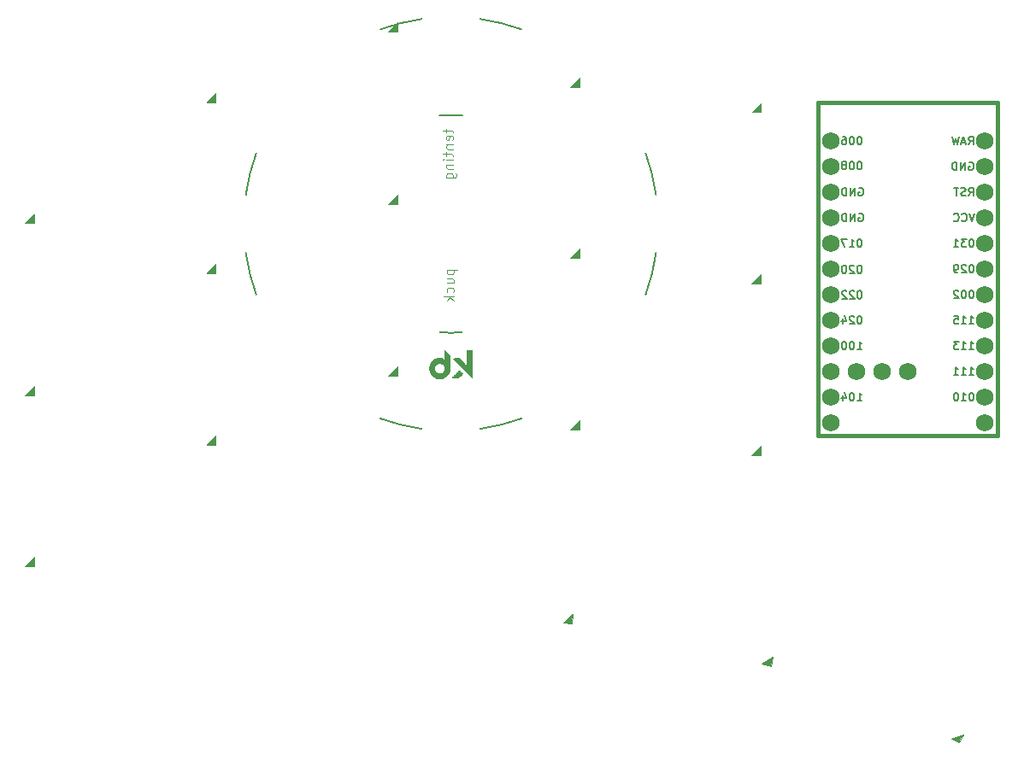
<source format=gbr>
%TF.GenerationSoftware,KiCad,Pcbnew,(6.0.4)*%
%TF.CreationDate,2022-10-20T23:25:51-04:00*%
%TF.ProjectId,half-swept,68616c66-2d73-4776-9570-742e6b696361,rev?*%
%TF.SameCoordinates,Original*%
%TF.FileFunction,Legend,Bot*%
%TF.FilePolarity,Positive*%
%FSLAX46Y46*%
G04 Gerber Fmt 4.6, Leading zero omitted, Abs format (unit mm)*
G04 Created by KiCad (PCBNEW (6.0.4)) date 2022-10-20 23:25:51*
%MOMM*%
%LPD*%
G01*
G04 APERTURE LIST*
%ADD10C,0.150000*%
%ADD11C,0.100000*%
%ADD12C,0.381000*%
%ADD13C,0.200000*%
%ADD14C,0.010000*%
%ADD15C,1.752600*%
G04 APERTURE END LIST*
D10*
%TO.C,U2*%
X246311364Y-67011750D02*
X246578030Y-66630798D01*
X246768507Y-67011750D02*
X246768507Y-66211750D01*
X246463745Y-66211750D01*
X246387554Y-66249846D01*
X246349459Y-66287941D01*
X246311364Y-66364131D01*
X246311364Y-66478417D01*
X246349459Y-66554607D01*
X246387554Y-66592703D01*
X246463745Y-66630798D01*
X246768507Y-66630798D01*
X246006602Y-66973655D02*
X245892316Y-67011750D01*
X245701840Y-67011750D01*
X245625649Y-66973655D01*
X245587554Y-66935560D01*
X245549459Y-66859369D01*
X245549459Y-66783179D01*
X245587554Y-66706988D01*
X245625649Y-66668893D01*
X245701840Y-66630798D01*
X245854221Y-66592703D01*
X245930411Y-66554607D01*
X245968507Y-66516512D01*
X246006602Y-66440322D01*
X246006602Y-66364131D01*
X245968507Y-66287941D01*
X245930411Y-66249846D01*
X245854221Y-66211750D01*
X245663745Y-66211750D01*
X245549459Y-66249846D01*
X245320888Y-66211750D02*
X244863745Y-66211750D01*
X245092316Y-67011750D02*
X245092316Y-66211750D01*
X235548079Y-61131750D02*
X235471888Y-61131750D01*
X235395698Y-61169846D01*
X235357602Y-61207941D01*
X235319507Y-61284131D01*
X235281412Y-61436512D01*
X235281412Y-61626988D01*
X235319507Y-61779369D01*
X235357602Y-61855560D01*
X235395698Y-61893655D01*
X235471888Y-61931750D01*
X235548079Y-61931750D01*
X235624269Y-61893655D01*
X235662364Y-61855560D01*
X235700459Y-61779369D01*
X235738555Y-61626988D01*
X235738555Y-61436512D01*
X235700459Y-61284131D01*
X235662364Y-61207941D01*
X235624269Y-61169846D01*
X235548079Y-61131750D01*
X234786174Y-61131750D02*
X234709983Y-61131750D01*
X234633793Y-61169846D01*
X234595698Y-61207941D01*
X234557602Y-61284131D01*
X234519507Y-61436512D01*
X234519507Y-61626988D01*
X234557602Y-61779369D01*
X234595698Y-61855560D01*
X234633793Y-61893655D01*
X234709983Y-61931750D01*
X234786174Y-61931750D01*
X234862364Y-61893655D01*
X234900459Y-61855560D01*
X234938555Y-61779369D01*
X234976650Y-61626988D01*
X234976650Y-61436512D01*
X234938555Y-61284131D01*
X234900459Y-61207941D01*
X234862364Y-61169846D01*
X234786174Y-61131750D01*
X233833793Y-61131750D02*
X233986174Y-61131750D01*
X234062364Y-61169846D01*
X234100459Y-61207941D01*
X234176650Y-61322226D01*
X234214745Y-61474607D01*
X234214745Y-61779369D01*
X234176650Y-61855560D01*
X234138555Y-61893655D01*
X234062364Y-61931750D01*
X233909983Y-61931750D01*
X233833793Y-61893655D01*
X233795698Y-61855560D01*
X233757602Y-61779369D01*
X233757602Y-61588893D01*
X233795698Y-61512703D01*
X233833793Y-61474607D01*
X233909983Y-61436512D01*
X234062364Y-61436512D01*
X234138555Y-61474607D01*
X234176650Y-61512703D01*
X234214745Y-61588893D01*
X246622460Y-86531750D02*
X246546269Y-86531750D01*
X246470079Y-86569846D01*
X246431983Y-86607941D01*
X246393888Y-86684131D01*
X246355793Y-86836512D01*
X246355793Y-87026988D01*
X246393888Y-87179369D01*
X246431983Y-87255560D01*
X246470079Y-87293655D01*
X246546269Y-87331750D01*
X246622460Y-87331750D01*
X246698650Y-87293655D01*
X246736745Y-87255560D01*
X246774840Y-87179369D01*
X246812936Y-87026988D01*
X246812936Y-86836512D01*
X246774840Y-86684131D01*
X246736745Y-86607941D01*
X246698650Y-86569846D01*
X246622460Y-86531750D01*
X245593888Y-87331750D02*
X246051031Y-87331750D01*
X245822460Y-87331750D02*
X245822460Y-86531750D01*
X245898650Y-86646036D01*
X245974840Y-86722226D01*
X246051031Y-86760322D01*
X245098650Y-86531750D02*
X245022460Y-86531750D01*
X244946269Y-86569846D01*
X244908174Y-86607941D01*
X244870079Y-86684131D01*
X244831983Y-86836512D01*
X244831983Y-87026988D01*
X244870079Y-87179369D01*
X244908174Y-87255560D01*
X244946269Y-87293655D01*
X245022460Y-87331750D01*
X245098650Y-87331750D01*
X245174840Y-87293655D01*
X245212936Y-87255560D01*
X245251031Y-87179369D01*
X245289126Y-87026988D01*
X245289126Y-86836512D01*
X245251031Y-86684131D01*
X245212936Y-86607941D01*
X245174840Y-86569846D01*
X245098650Y-86531750D01*
X246355793Y-79711750D02*
X246812936Y-79711750D01*
X246584364Y-79711750D02*
X246584364Y-78911750D01*
X246660555Y-79026036D01*
X246736745Y-79102226D01*
X246812936Y-79140322D01*
X245593888Y-79711750D02*
X246051031Y-79711750D01*
X245822460Y-79711750D02*
X245822460Y-78911750D01*
X245898650Y-79026036D01*
X245974840Y-79102226D01*
X246051031Y-79140322D01*
X244870079Y-78911750D02*
X245251031Y-78911750D01*
X245289126Y-79292703D01*
X245251031Y-79254607D01*
X245174840Y-79216512D01*
X244984364Y-79216512D01*
X244908174Y-79254607D01*
X244870079Y-79292703D01*
X244831983Y-79368893D01*
X244831983Y-79559369D01*
X244870079Y-79635560D01*
X244908174Y-79673655D01*
X244984364Y-79711750D01*
X245174840Y-79711750D01*
X245251031Y-79673655D01*
X245289126Y-79635560D01*
X246622460Y-76371750D02*
X246546269Y-76371750D01*
X246470079Y-76409846D01*
X246431983Y-76447941D01*
X246393888Y-76524131D01*
X246355793Y-76676512D01*
X246355793Y-76866988D01*
X246393888Y-77019369D01*
X246431983Y-77095560D01*
X246470079Y-77133655D01*
X246546269Y-77171750D01*
X246622460Y-77171750D01*
X246698650Y-77133655D01*
X246736745Y-77095560D01*
X246774840Y-77019369D01*
X246812936Y-76866988D01*
X246812936Y-76676512D01*
X246774840Y-76524131D01*
X246736745Y-76447941D01*
X246698650Y-76409846D01*
X246622460Y-76371750D01*
X245860555Y-76371750D02*
X245784364Y-76371750D01*
X245708174Y-76409846D01*
X245670079Y-76447941D01*
X245631983Y-76524131D01*
X245593888Y-76676512D01*
X245593888Y-76866988D01*
X245631983Y-77019369D01*
X245670079Y-77095560D01*
X245708174Y-77133655D01*
X245784364Y-77171750D01*
X245860555Y-77171750D01*
X245936745Y-77133655D01*
X245974840Y-77095560D01*
X246012936Y-77019369D01*
X246051031Y-76866988D01*
X246051031Y-76676512D01*
X246012936Y-76524131D01*
X245974840Y-76447941D01*
X245936745Y-76409846D01*
X245860555Y-76371750D01*
X245289126Y-76447941D02*
X245251031Y-76409846D01*
X245174840Y-76371750D01*
X244984364Y-76371750D01*
X244908174Y-76409846D01*
X244870079Y-76447941D01*
X244831983Y-76524131D01*
X244831983Y-76600322D01*
X244870079Y-76714607D01*
X245327221Y-77171750D01*
X244831983Y-77171750D01*
X246622460Y-73831750D02*
X246546269Y-73831750D01*
X246470079Y-73869846D01*
X246431983Y-73907941D01*
X246393888Y-73984131D01*
X246355793Y-74136512D01*
X246355793Y-74326988D01*
X246393888Y-74479369D01*
X246431983Y-74555560D01*
X246470079Y-74593655D01*
X246546269Y-74631750D01*
X246622460Y-74631750D01*
X246698650Y-74593655D01*
X246736745Y-74555560D01*
X246774840Y-74479369D01*
X246812936Y-74326988D01*
X246812936Y-74136512D01*
X246774840Y-73984131D01*
X246736745Y-73907941D01*
X246698650Y-73869846D01*
X246622460Y-73831750D01*
X246051031Y-73907941D02*
X246012936Y-73869846D01*
X245936745Y-73831750D01*
X245746269Y-73831750D01*
X245670079Y-73869846D01*
X245631983Y-73907941D01*
X245593888Y-73984131D01*
X245593888Y-74060322D01*
X245631983Y-74174607D01*
X246089126Y-74631750D01*
X245593888Y-74631750D01*
X245212936Y-74631750D02*
X245060555Y-74631750D01*
X244984364Y-74593655D01*
X244946269Y-74555560D01*
X244870079Y-74441274D01*
X244831983Y-74288893D01*
X244831983Y-73984131D01*
X244870079Y-73907941D01*
X244908174Y-73869846D01*
X244984364Y-73831750D01*
X245136745Y-73831750D01*
X245212936Y-73869846D01*
X245251031Y-73907941D01*
X245289126Y-73984131D01*
X245289126Y-74174607D01*
X245251031Y-74250798D01*
X245212936Y-74288893D01*
X245136745Y-74326988D01*
X244984364Y-74326988D01*
X244908174Y-74288893D01*
X244870079Y-74250798D01*
X244831983Y-74174607D01*
X246311364Y-61931750D02*
X246578031Y-61550798D01*
X246768507Y-61931750D02*
X246768507Y-61131750D01*
X246463745Y-61131750D01*
X246387555Y-61169846D01*
X246349460Y-61207941D01*
X246311364Y-61284131D01*
X246311364Y-61398417D01*
X246349460Y-61474607D01*
X246387555Y-61512703D01*
X246463745Y-61550798D01*
X246768507Y-61550798D01*
X246006603Y-61703179D02*
X245625650Y-61703179D01*
X246082793Y-61931750D02*
X245816126Y-61131750D01*
X245549460Y-61931750D01*
X245358984Y-61131750D02*
X245168507Y-61931750D01*
X245016126Y-61360322D01*
X244863745Y-61931750D01*
X244673269Y-61131750D01*
X246349459Y-63709846D02*
X246425650Y-63671750D01*
X246539936Y-63671750D01*
X246654221Y-63709846D01*
X246730412Y-63786036D01*
X246768507Y-63862226D01*
X246806602Y-64014607D01*
X246806602Y-64128893D01*
X246768507Y-64281274D01*
X246730412Y-64357465D01*
X246654221Y-64433655D01*
X246539936Y-64471750D01*
X246463745Y-64471750D01*
X246349459Y-64433655D01*
X246311364Y-64395560D01*
X246311364Y-64128893D01*
X246463745Y-64128893D01*
X245968507Y-64471750D02*
X245968507Y-63671750D01*
X245511364Y-64471750D01*
X245511364Y-63671750D01*
X245130412Y-64471750D02*
X245130412Y-63671750D01*
X244939936Y-63671750D01*
X244825650Y-63709846D01*
X244749459Y-63786036D01*
X244711364Y-63862226D01*
X244673269Y-64014607D01*
X244673269Y-64128893D01*
X244711364Y-64281274D01*
X244749459Y-64357465D01*
X244825650Y-64433655D01*
X244939936Y-64471750D01*
X245130412Y-64471750D01*
X246889126Y-68751750D02*
X246622460Y-69551750D01*
X246355793Y-68751750D01*
X245631983Y-69475560D02*
X245670079Y-69513655D01*
X245784364Y-69551750D01*
X245860555Y-69551750D01*
X245974840Y-69513655D01*
X246051031Y-69437465D01*
X246089126Y-69361274D01*
X246127221Y-69208893D01*
X246127221Y-69094607D01*
X246089126Y-68942226D01*
X246051031Y-68866036D01*
X245974840Y-68789846D01*
X245860555Y-68751750D01*
X245784364Y-68751750D01*
X245670079Y-68789846D01*
X245631983Y-68827941D01*
X244831983Y-69475560D02*
X244870079Y-69513655D01*
X244984364Y-69551750D01*
X245060555Y-69551750D01*
X245174840Y-69513655D01*
X245251031Y-69437465D01*
X245289126Y-69361274D01*
X245327221Y-69208893D01*
X245327221Y-69094607D01*
X245289126Y-68942226D01*
X245251031Y-68866036D01*
X245174840Y-68789846D01*
X245060555Y-68751750D01*
X244984364Y-68751750D01*
X244870079Y-68789846D01*
X244831983Y-68827941D01*
X246622460Y-71291750D02*
X246546269Y-71291750D01*
X246470079Y-71329846D01*
X246431983Y-71367941D01*
X246393888Y-71444131D01*
X246355793Y-71596512D01*
X246355793Y-71786988D01*
X246393888Y-71939369D01*
X246431983Y-72015560D01*
X246470079Y-72053655D01*
X246546269Y-72091750D01*
X246622460Y-72091750D01*
X246698650Y-72053655D01*
X246736745Y-72015560D01*
X246774840Y-71939369D01*
X246812936Y-71786988D01*
X246812936Y-71596512D01*
X246774840Y-71444131D01*
X246736745Y-71367941D01*
X246698650Y-71329846D01*
X246622460Y-71291750D01*
X246089126Y-71291750D02*
X245593888Y-71291750D01*
X245860555Y-71596512D01*
X245746269Y-71596512D01*
X245670079Y-71634607D01*
X245631983Y-71672703D01*
X245593888Y-71748893D01*
X245593888Y-71939369D01*
X245631983Y-72015560D01*
X245670079Y-72053655D01*
X245746269Y-72091750D01*
X245974840Y-72091750D01*
X246051031Y-72053655D01*
X246089126Y-72015560D01*
X244831983Y-72091750D02*
X245289126Y-72091750D01*
X245060555Y-72091750D02*
X245060555Y-71291750D01*
X245136745Y-71406036D01*
X245212936Y-71482226D01*
X245289126Y-71520322D01*
X246355793Y-82251750D02*
X246812936Y-82251750D01*
X246584364Y-82251750D02*
X246584364Y-81451750D01*
X246660555Y-81566036D01*
X246736745Y-81642226D01*
X246812936Y-81680322D01*
X245593888Y-82251750D02*
X246051031Y-82251750D01*
X245822460Y-82251750D02*
X245822460Y-81451750D01*
X245898650Y-81566036D01*
X245974840Y-81642226D01*
X246051031Y-81680322D01*
X245327221Y-81451750D02*
X244831983Y-81451750D01*
X245098650Y-81756512D01*
X244984364Y-81756512D01*
X244908174Y-81794607D01*
X244870079Y-81832703D01*
X244831983Y-81908893D01*
X244831983Y-82099369D01*
X244870079Y-82175560D01*
X244908174Y-82213655D01*
X244984364Y-82251750D01*
X245212936Y-82251750D01*
X245289126Y-82213655D01*
X245327221Y-82175560D01*
X246355793Y-84791750D02*
X246812936Y-84791750D01*
X246584364Y-84791750D02*
X246584364Y-83991750D01*
X246660555Y-84106036D01*
X246736745Y-84182226D01*
X246812936Y-84220322D01*
X245593888Y-84791750D02*
X246051031Y-84791750D01*
X245822460Y-84791750D02*
X245822460Y-83991750D01*
X245898650Y-84106036D01*
X245974840Y-84182226D01*
X246051031Y-84220322D01*
X244831983Y-84791750D02*
X245289126Y-84791750D01*
X245060555Y-84791750D02*
X245060555Y-83991750D01*
X245136745Y-84106036D01*
X245212936Y-84182226D01*
X245289126Y-84220322D01*
X235281412Y-87331750D02*
X235738555Y-87331750D01*
X235509983Y-87331750D02*
X235509983Y-86531750D01*
X235586174Y-86646036D01*
X235662364Y-86722226D01*
X235738555Y-86760322D01*
X234786174Y-86531750D02*
X234709983Y-86531750D01*
X234633793Y-86569846D01*
X234595698Y-86607941D01*
X234557602Y-86684131D01*
X234519507Y-86836512D01*
X234519507Y-87026988D01*
X234557602Y-87179369D01*
X234595698Y-87255560D01*
X234633793Y-87293655D01*
X234709983Y-87331750D01*
X234786174Y-87331750D01*
X234862364Y-87293655D01*
X234900459Y-87255560D01*
X234938555Y-87179369D01*
X234976650Y-87026988D01*
X234976650Y-86836512D01*
X234938555Y-86684131D01*
X234900459Y-86607941D01*
X234862364Y-86569846D01*
X234786174Y-86531750D01*
X233833793Y-86798417D02*
X233833793Y-87331750D01*
X234024269Y-86493655D02*
X234214745Y-87065084D01*
X233719507Y-87065084D01*
X235281412Y-82251750D02*
X235738555Y-82251750D01*
X235509983Y-82251750D02*
X235509983Y-81451750D01*
X235586174Y-81566036D01*
X235662364Y-81642226D01*
X235738555Y-81680322D01*
X234786174Y-81451750D02*
X234709983Y-81451750D01*
X234633793Y-81489846D01*
X234595698Y-81527941D01*
X234557602Y-81604131D01*
X234519507Y-81756512D01*
X234519507Y-81946988D01*
X234557602Y-82099369D01*
X234595698Y-82175560D01*
X234633793Y-82213655D01*
X234709983Y-82251750D01*
X234786174Y-82251750D01*
X234862364Y-82213655D01*
X234900459Y-82175560D01*
X234938555Y-82099369D01*
X234976650Y-81946988D01*
X234976650Y-81756512D01*
X234938555Y-81604131D01*
X234900459Y-81527941D01*
X234862364Y-81489846D01*
X234786174Y-81451750D01*
X234024269Y-81451750D02*
X233948079Y-81451750D01*
X233871888Y-81489846D01*
X233833793Y-81527941D01*
X233795698Y-81604131D01*
X233757602Y-81756512D01*
X233757602Y-81946988D01*
X233795698Y-82099369D01*
X233833793Y-82175560D01*
X233871888Y-82213655D01*
X233948079Y-82251750D01*
X234024269Y-82251750D01*
X234100459Y-82213655D01*
X234138555Y-82175560D01*
X234176650Y-82099369D01*
X234214745Y-81946988D01*
X234214745Y-81756512D01*
X234176650Y-81604131D01*
X234138555Y-81527941D01*
X234100459Y-81489846D01*
X234024269Y-81451750D01*
X235548079Y-78901750D02*
X235471888Y-78901750D01*
X235395698Y-78939846D01*
X235357602Y-78977941D01*
X235319507Y-79054131D01*
X235281412Y-79206512D01*
X235281412Y-79396988D01*
X235319507Y-79549369D01*
X235357602Y-79625560D01*
X235395698Y-79663655D01*
X235471888Y-79701750D01*
X235548079Y-79701750D01*
X235624269Y-79663655D01*
X235662364Y-79625560D01*
X235700459Y-79549369D01*
X235738555Y-79396988D01*
X235738555Y-79206512D01*
X235700459Y-79054131D01*
X235662364Y-78977941D01*
X235624269Y-78939846D01*
X235548079Y-78901750D01*
X234976650Y-78977941D02*
X234938555Y-78939846D01*
X234862364Y-78901750D01*
X234671888Y-78901750D01*
X234595698Y-78939846D01*
X234557602Y-78977941D01*
X234519507Y-79054131D01*
X234519507Y-79130322D01*
X234557602Y-79244607D01*
X235014745Y-79701750D01*
X234519507Y-79701750D01*
X233833793Y-79168417D02*
X233833793Y-79701750D01*
X234024269Y-78863655D02*
X234214745Y-79435084D01*
X233719507Y-79435084D01*
X235548079Y-76401750D02*
X235471888Y-76401750D01*
X235395698Y-76439846D01*
X235357602Y-76477941D01*
X235319507Y-76554131D01*
X235281412Y-76706512D01*
X235281412Y-76896988D01*
X235319507Y-77049369D01*
X235357602Y-77125560D01*
X235395698Y-77163655D01*
X235471888Y-77201750D01*
X235548079Y-77201750D01*
X235624269Y-77163655D01*
X235662364Y-77125560D01*
X235700459Y-77049369D01*
X235738555Y-76896988D01*
X235738555Y-76706512D01*
X235700459Y-76554131D01*
X235662364Y-76477941D01*
X235624269Y-76439846D01*
X235548079Y-76401750D01*
X234976650Y-76477941D02*
X234938555Y-76439846D01*
X234862364Y-76401750D01*
X234671888Y-76401750D01*
X234595698Y-76439846D01*
X234557602Y-76477941D01*
X234519507Y-76554131D01*
X234519507Y-76630322D01*
X234557602Y-76744607D01*
X235014745Y-77201750D01*
X234519507Y-77201750D01*
X234214745Y-76477941D02*
X234176650Y-76439846D01*
X234100459Y-76401750D01*
X233909983Y-76401750D01*
X233833793Y-76439846D01*
X233795698Y-76477941D01*
X233757602Y-76554131D01*
X233757602Y-76630322D01*
X233795698Y-76744607D01*
X234252840Y-77201750D01*
X233757602Y-77201750D01*
X235433792Y-66249846D02*
X235509983Y-66211750D01*
X235624269Y-66211750D01*
X235738554Y-66249846D01*
X235814745Y-66326036D01*
X235852840Y-66402226D01*
X235890935Y-66554607D01*
X235890935Y-66668893D01*
X235852840Y-66821274D01*
X235814745Y-66897465D01*
X235738554Y-66973655D01*
X235624269Y-67011750D01*
X235548078Y-67011750D01*
X235433792Y-66973655D01*
X235395697Y-66935560D01*
X235395697Y-66668893D01*
X235548078Y-66668893D01*
X235052840Y-67011750D02*
X235052840Y-66211750D01*
X234595697Y-67011750D01*
X234595697Y-66211750D01*
X234214745Y-67011750D02*
X234214745Y-66211750D01*
X234024269Y-66211750D01*
X233909983Y-66249846D01*
X233833792Y-66326036D01*
X233795697Y-66402226D01*
X233757602Y-66554607D01*
X233757602Y-66668893D01*
X233795697Y-66821274D01*
X233833792Y-66897465D01*
X233909983Y-66973655D01*
X234024269Y-67011750D01*
X234214745Y-67011750D01*
X235433792Y-68789846D02*
X235509983Y-68751750D01*
X235624269Y-68751750D01*
X235738554Y-68789846D01*
X235814745Y-68866036D01*
X235852840Y-68942226D01*
X235890935Y-69094607D01*
X235890935Y-69208893D01*
X235852840Y-69361274D01*
X235814745Y-69437465D01*
X235738554Y-69513655D01*
X235624269Y-69551750D01*
X235548078Y-69551750D01*
X235433792Y-69513655D01*
X235395697Y-69475560D01*
X235395697Y-69208893D01*
X235548078Y-69208893D01*
X235052840Y-69551750D02*
X235052840Y-68751750D01*
X234595697Y-69551750D01*
X234595697Y-68751750D01*
X234214745Y-69551750D02*
X234214745Y-68751750D01*
X234024269Y-68751750D01*
X233909983Y-68789846D01*
X233833792Y-68866036D01*
X233795697Y-68942226D01*
X233757602Y-69094607D01*
X233757602Y-69208893D01*
X233795697Y-69361274D01*
X233833792Y-69437465D01*
X233909983Y-69513655D01*
X234024269Y-69551750D01*
X234214745Y-69551750D01*
X235548079Y-71291750D02*
X235471888Y-71291750D01*
X235395698Y-71329846D01*
X235357602Y-71367941D01*
X235319507Y-71444131D01*
X235281412Y-71596512D01*
X235281412Y-71786988D01*
X235319507Y-71939369D01*
X235357602Y-72015560D01*
X235395698Y-72053655D01*
X235471888Y-72091750D01*
X235548079Y-72091750D01*
X235624269Y-72053655D01*
X235662364Y-72015560D01*
X235700459Y-71939369D01*
X235738555Y-71786988D01*
X235738555Y-71596512D01*
X235700459Y-71444131D01*
X235662364Y-71367941D01*
X235624269Y-71329846D01*
X235548079Y-71291750D01*
X234519507Y-72091750D02*
X234976650Y-72091750D01*
X234748079Y-72091750D02*
X234748079Y-71291750D01*
X234824269Y-71406036D01*
X234900459Y-71482226D01*
X234976650Y-71520322D01*
X234252840Y-71291750D02*
X233719507Y-71291750D01*
X234062364Y-72091750D01*
X235548079Y-73901750D02*
X235471888Y-73901750D01*
X235395698Y-73939846D01*
X235357602Y-73977941D01*
X235319507Y-74054131D01*
X235281412Y-74206512D01*
X235281412Y-74396988D01*
X235319507Y-74549369D01*
X235357602Y-74625560D01*
X235395698Y-74663655D01*
X235471888Y-74701750D01*
X235548079Y-74701750D01*
X235624269Y-74663655D01*
X235662364Y-74625560D01*
X235700459Y-74549369D01*
X235738555Y-74396988D01*
X235738555Y-74206512D01*
X235700459Y-74054131D01*
X235662364Y-73977941D01*
X235624269Y-73939846D01*
X235548079Y-73901750D01*
X234976650Y-73977941D02*
X234938555Y-73939846D01*
X234862364Y-73901750D01*
X234671888Y-73901750D01*
X234595698Y-73939846D01*
X234557602Y-73977941D01*
X234519507Y-74054131D01*
X234519507Y-74130322D01*
X234557602Y-74244607D01*
X235014745Y-74701750D01*
X234519507Y-74701750D01*
X234024269Y-73901750D02*
X233948079Y-73901750D01*
X233871888Y-73939846D01*
X233833793Y-73977941D01*
X233795698Y-74054131D01*
X233757602Y-74206512D01*
X233757602Y-74396988D01*
X233795698Y-74549369D01*
X233833793Y-74625560D01*
X233871888Y-74663655D01*
X233948079Y-74701750D01*
X234024269Y-74701750D01*
X234100459Y-74663655D01*
X234138555Y-74625560D01*
X234176650Y-74549369D01*
X234214745Y-74396988D01*
X234214745Y-74206512D01*
X234176650Y-74054131D01*
X234138555Y-73977941D01*
X234100459Y-73939846D01*
X234024269Y-73901750D01*
X235548079Y-63601750D02*
X235471888Y-63601750D01*
X235395698Y-63639846D01*
X235357602Y-63677941D01*
X235319507Y-63754131D01*
X235281412Y-63906512D01*
X235281412Y-64096988D01*
X235319507Y-64249369D01*
X235357602Y-64325560D01*
X235395698Y-64363655D01*
X235471888Y-64401750D01*
X235548079Y-64401750D01*
X235624269Y-64363655D01*
X235662364Y-64325560D01*
X235700459Y-64249369D01*
X235738555Y-64096988D01*
X235738555Y-63906512D01*
X235700459Y-63754131D01*
X235662364Y-63677941D01*
X235624269Y-63639846D01*
X235548079Y-63601750D01*
X234786174Y-63601750D02*
X234709983Y-63601750D01*
X234633793Y-63639846D01*
X234595698Y-63677941D01*
X234557602Y-63754131D01*
X234519507Y-63906512D01*
X234519507Y-64096988D01*
X234557602Y-64249369D01*
X234595698Y-64325560D01*
X234633793Y-64363655D01*
X234709983Y-64401750D01*
X234786174Y-64401750D01*
X234862364Y-64363655D01*
X234900459Y-64325560D01*
X234938555Y-64249369D01*
X234976650Y-64096988D01*
X234976650Y-63906512D01*
X234938555Y-63754131D01*
X234900459Y-63677941D01*
X234862364Y-63639846D01*
X234786174Y-63601750D01*
X234062364Y-63944607D02*
X234138555Y-63906512D01*
X234176650Y-63868417D01*
X234214745Y-63792226D01*
X234214745Y-63754131D01*
X234176650Y-63677941D01*
X234138555Y-63639846D01*
X234062364Y-63601750D01*
X233909983Y-63601750D01*
X233833793Y-63639846D01*
X233795698Y-63677941D01*
X233757602Y-63754131D01*
X233757602Y-63792226D01*
X233795698Y-63868417D01*
X233833793Y-63906512D01*
X233909983Y-63944607D01*
X234062364Y-63944607D01*
X234138555Y-63982703D01*
X234176650Y-64020798D01*
X234214745Y-64096988D01*
X234214745Y-64249369D01*
X234176650Y-64325560D01*
X234138555Y-64363655D01*
X234062364Y-64401750D01*
X233909983Y-64401750D01*
X233833793Y-64363655D01*
X233795698Y-64325560D01*
X233757602Y-64249369D01*
X233757602Y-64096988D01*
X233795698Y-64020798D01*
X233833793Y-63982703D01*
X233909983Y-63944607D01*
D11*
%TO.C,REF\u002A\u002A*%
X194630484Y-74335595D02*
X195630484Y-74335595D01*
X194678103Y-74335595D02*
X194630484Y-74430833D01*
X194630484Y-74621309D01*
X194678103Y-74716547D01*
X194725722Y-74764166D01*
X194820960Y-74811785D01*
X195106674Y-74811785D01*
X195201912Y-74764166D01*
X195249531Y-74716547D01*
X195297150Y-74621309D01*
X195297150Y-74430833D01*
X195249531Y-74335595D01*
X194630484Y-75668928D02*
X195297150Y-75668928D01*
X194630484Y-75240356D02*
X195154293Y-75240356D01*
X195249531Y-75287975D01*
X195297150Y-75383214D01*
X195297150Y-75526071D01*
X195249531Y-75621309D01*
X195201912Y-75668928D01*
X195249531Y-76573690D02*
X195297150Y-76478452D01*
X195297150Y-76287975D01*
X195249531Y-76192737D01*
X195201912Y-76145118D01*
X195106674Y-76097499D01*
X194820960Y-76097499D01*
X194725722Y-76145118D01*
X194678103Y-76192737D01*
X194630484Y-76287975D01*
X194630484Y-76478452D01*
X194678103Y-76573690D01*
X195297150Y-77002261D02*
X194297150Y-77002261D01*
X194916198Y-77097499D02*
X195297150Y-77383214D01*
X194630484Y-77383214D02*
X195011436Y-77002261D01*
X194566984Y-60381595D02*
X194566984Y-60762547D01*
X194233650Y-60524452D02*
X195090793Y-60524452D01*
X195186031Y-60572071D01*
X195233650Y-60667309D01*
X195233650Y-60762547D01*
X195186031Y-61476833D02*
X195233650Y-61381595D01*
X195233650Y-61191118D01*
X195186031Y-61095880D01*
X195090793Y-61048261D01*
X194709841Y-61048261D01*
X194614603Y-61095880D01*
X194566984Y-61191118D01*
X194566984Y-61381595D01*
X194614603Y-61476833D01*
X194709841Y-61524452D01*
X194805079Y-61524452D01*
X194900317Y-61048261D01*
X194566984Y-61953023D02*
X195233650Y-61953023D01*
X194662222Y-61953023D02*
X194614603Y-62000642D01*
X194566984Y-62095880D01*
X194566984Y-62238737D01*
X194614603Y-62333975D01*
X194709841Y-62381595D01*
X195233650Y-62381595D01*
X194566984Y-62714928D02*
X194566984Y-63095880D01*
X194233650Y-62857785D02*
X195090793Y-62857785D01*
X195186031Y-62905404D01*
X195233650Y-63000642D01*
X195233650Y-63095880D01*
X195233650Y-63429214D02*
X194566984Y-63429214D01*
X194233650Y-63429214D02*
X194281270Y-63381595D01*
X194328889Y-63429214D01*
X194281270Y-63476833D01*
X194233650Y-63429214D01*
X194328889Y-63429214D01*
X194566984Y-63905404D02*
X195233650Y-63905404D01*
X194662222Y-63905404D02*
X194614603Y-63953023D01*
X194566984Y-64048261D01*
X194566984Y-64191118D01*
X194614603Y-64286356D01*
X194709841Y-64333975D01*
X195233650Y-64333975D01*
X194566984Y-65238737D02*
X195376508Y-65238737D01*
X195471746Y-65191118D01*
X195519365Y-65143499D01*
X195566984Y-65048261D01*
X195566984Y-64905404D01*
X195519365Y-64810166D01*
X195186031Y-65238737D02*
X195233650Y-65143499D01*
X195233650Y-64953023D01*
X195186031Y-64857785D01*
X195138412Y-64810166D01*
X195043174Y-64762547D01*
X194757460Y-64762547D01*
X194662222Y-64810166D01*
X194614603Y-64857785D01*
X194566984Y-64953023D01*
X194566984Y-65143499D01*
X194614603Y-65238737D01*
D12*
%TO.C,U2*%
X249175269Y-90779846D02*
X249175269Y-57759846D01*
X231395269Y-90779846D02*
X249175269Y-90779846D01*
X231395269Y-57759846D02*
X231395269Y-90779846D01*
X249175269Y-57759846D02*
X231395269Y-57759846D01*
D13*
%TO.C,REF\u002A\u002A*%
X195035270Y-59008095D02*
G75*
G03*
X193906885Y-59067231I-6J-10794921D01*
G01*
X214321404Y-76811143D02*
G75*
G03*
X215355270Y-72660595I-19286134J7008048D01*
G01*
X174715269Y-72660595D02*
G75*
G03*
X175749135Y-76811141I20320001J2857500D01*
G01*
X175749135Y-62795051D02*
G75*
G03*
X174715270Y-66945595I19286255J-7008074D01*
G01*
X188027225Y-89089230D02*
G75*
G03*
X192177770Y-90123095I7008045J19286135D01*
G01*
X197892770Y-90123095D02*
G75*
G03*
X202043315Y-89089230I-2857506J20320019D01*
G01*
X196163655Y-59067232D02*
G75*
G03*
X195035270Y-59008095I-1128385J-10735763D01*
G01*
X215355270Y-66945595D02*
G75*
G03*
X214321404Y-62795047I-20320000J-2857500D01*
G01*
X195035270Y-80598096D02*
G75*
G03*
X196163655Y-80538959I0J10794901D01*
G01*
X202043319Y-50516962D02*
G75*
G03*
X197892770Y-49483095I-7008049J-19286133D01*
G01*
X193906885Y-80538959D02*
G75*
G03*
X195035270Y-80598095I1128379J10735785D01*
G01*
X192177770Y-49483094D02*
G75*
G03*
X188027224Y-50516960I2857500J-20320001D01*
G01*
G36*
X195822454Y-84319764D02*
G01*
X195834683Y-84329812D01*
X195860165Y-84353432D01*
X195896312Y-84388145D01*
X195940536Y-84431470D01*
X195990249Y-84480925D01*
X196151284Y-84642269D01*
X196117402Y-84680084D01*
X196114225Y-84683576D01*
X196092357Y-84706785D01*
X196058011Y-84742531D01*
X196014195Y-84787711D01*
X195963912Y-84839224D01*
X195910170Y-84893967D01*
X195736820Y-85070036D01*
X195116806Y-85070036D01*
X195145107Y-85036401D01*
X195147400Y-85033710D01*
X195168068Y-85010481D01*
X195200826Y-84974641D01*
X195243686Y-84928296D01*
X195294658Y-84873553D01*
X195351754Y-84812518D01*
X195412984Y-84747299D01*
X195476359Y-84680001D01*
X195539892Y-84612731D01*
X195601591Y-84547596D01*
X195659470Y-84486702D01*
X195711537Y-84432156D01*
X195755806Y-84386064D01*
X195790285Y-84350533D01*
X195812988Y-84327670D01*
X195821923Y-84319581D01*
X195822454Y-84319764D01*
G37*
D14*
X195822454Y-84319764D02*
X195834683Y-84329812D01*
X195860165Y-84353432D01*
X195896312Y-84388145D01*
X195940536Y-84431470D01*
X195990249Y-84480925D01*
X196151284Y-84642269D01*
X196117402Y-84680084D01*
X196114225Y-84683576D01*
X196092357Y-84706785D01*
X196058011Y-84742531D01*
X196014195Y-84787711D01*
X195963912Y-84839224D01*
X195910170Y-84893967D01*
X195736820Y-85070036D01*
X195116806Y-85070036D01*
X195145107Y-85036401D01*
X195147400Y-85033710D01*
X195168068Y-85010481D01*
X195200826Y-84974641D01*
X195243686Y-84928296D01*
X195294658Y-84873553D01*
X195351754Y-84812518D01*
X195412984Y-84747299D01*
X195476359Y-84680001D01*
X195539892Y-84612731D01*
X195601591Y-84547596D01*
X195659470Y-84486702D01*
X195711537Y-84432156D01*
X195755806Y-84386064D01*
X195790285Y-84350533D01*
X195812988Y-84327670D01*
X195821923Y-84319581D01*
X195822454Y-84319764D01*
G36*
X194912987Y-84233459D02*
G01*
X194910374Y-84261854D01*
X194901505Y-84308304D01*
X194863952Y-84435464D01*
X194808786Y-84561327D01*
X194739094Y-84679509D01*
X194657963Y-84783629D01*
X194649569Y-84792795D01*
X194541257Y-84893121D01*
X194418837Y-84977118D01*
X194285664Y-85043097D01*
X194145096Y-85089372D01*
X194000488Y-85114253D01*
X193900242Y-85118736D01*
X193751821Y-85107337D01*
X193608402Y-85075084D01*
X193472166Y-85023061D01*
X193345291Y-84952347D01*
X193229958Y-84864025D01*
X193128345Y-84759176D01*
X193042633Y-84638883D01*
X192985378Y-84531964D01*
X192932233Y-84392728D01*
X192900877Y-84248164D01*
X192894373Y-84151800D01*
X193389612Y-84151800D01*
X193389894Y-84157090D01*
X193394212Y-84212393D01*
X193401569Y-84254685D01*
X193414214Y-84293293D01*
X193434395Y-84337539D01*
X193455883Y-84375866D01*
X193497368Y-84434660D01*
X193545425Y-84490116D01*
X193594748Y-84536310D01*
X193640034Y-84567314D01*
X193656201Y-84575090D01*
X193697106Y-84592450D01*
X193740103Y-84608536D01*
X193812930Y-84627824D01*
X193916631Y-84636345D01*
X194018172Y-84623551D01*
X194114958Y-84590419D01*
X194204390Y-84537926D01*
X194283871Y-84467049D01*
X194350805Y-84378766D01*
X194379459Y-84324621D01*
X194409891Y-84230602D01*
X194420463Y-84133053D01*
X194412157Y-84035105D01*
X194385955Y-83939892D01*
X194342842Y-83850545D01*
X194283799Y-83770199D01*
X194209809Y-83701985D01*
X194121857Y-83649036D01*
X194107854Y-83642750D01*
X194009508Y-83612125D01*
X193908156Y-83601943D01*
X193807252Y-83611263D01*
X193710253Y-83639141D01*
X193620617Y-83684637D01*
X193541800Y-83746807D01*
X193477258Y-83824711D01*
X193459488Y-83853240D01*
X193415836Y-83946663D01*
X193392980Y-84044555D01*
X193389612Y-84151800D01*
X192894373Y-84151800D01*
X192890586Y-84095686D01*
X192894147Y-84006016D01*
X192916828Y-83855737D01*
X192959580Y-83713768D01*
X193021390Y-83581783D01*
X193101248Y-83461458D01*
X193198142Y-83354469D01*
X193311062Y-83262489D01*
X193438995Y-83187196D01*
X193508846Y-83154557D01*
X193583984Y-83125340D01*
X193655636Y-83105848D01*
X193732119Y-83093911D01*
X193821754Y-83087359D01*
X193839566Y-83086691D01*
X193978767Y-83093129D01*
X194109150Y-83120805D01*
X194231366Y-83169909D01*
X194346063Y-83240631D01*
X194370197Y-83257833D01*
X194395043Y-83274176D01*
X194407474Y-83280490D01*
X194408382Y-83276460D01*
X194409831Y-83252653D01*
X194411158Y-83209530D01*
X194412327Y-83149455D01*
X194413303Y-83074793D01*
X194414053Y-82987907D01*
X194414542Y-82891162D01*
X194414734Y-82786922D01*
X194414882Y-82293354D01*
X194922586Y-82803380D01*
X194922499Y-83495094D01*
X194922496Y-83506830D01*
X194922235Y-83657304D01*
X194921571Y-83794576D01*
X194920527Y-83917232D01*
X194919124Y-84023861D01*
X194917385Y-84113050D01*
X194916801Y-84133053D01*
X194915332Y-84183387D01*
X194912987Y-84233459D01*
G37*
X194912987Y-84233459D02*
X194910374Y-84261854D01*
X194901505Y-84308304D01*
X194863952Y-84435464D01*
X194808786Y-84561327D01*
X194739094Y-84679509D01*
X194657963Y-84783629D01*
X194649569Y-84792795D01*
X194541257Y-84893121D01*
X194418837Y-84977118D01*
X194285664Y-85043097D01*
X194145096Y-85089372D01*
X194000488Y-85114253D01*
X193900242Y-85118736D01*
X193751821Y-85107337D01*
X193608402Y-85075084D01*
X193472166Y-85023061D01*
X193345291Y-84952347D01*
X193229958Y-84864025D01*
X193128345Y-84759176D01*
X193042633Y-84638883D01*
X192985378Y-84531964D01*
X192932233Y-84392728D01*
X192900877Y-84248164D01*
X192894373Y-84151800D01*
X193389612Y-84151800D01*
X193389894Y-84157090D01*
X193394212Y-84212393D01*
X193401569Y-84254685D01*
X193414214Y-84293293D01*
X193434395Y-84337539D01*
X193455883Y-84375866D01*
X193497368Y-84434660D01*
X193545425Y-84490116D01*
X193594748Y-84536310D01*
X193640034Y-84567314D01*
X193656201Y-84575090D01*
X193697106Y-84592450D01*
X193740103Y-84608536D01*
X193812930Y-84627824D01*
X193916631Y-84636345D01*
X194018172Y-84623551D01*
X194114958Y-84590419D01*
X194204390Y-84537926D01*
X194283871Y-84467049D01*
X194350805Y-84378766D01*
X194379459Y-84324621D01*
X194409891Y-84230602D01*
X194420463Y-84133053D01*
X194412157Y-84035105D01*
X194385955Y-83939892D01*
X194342842Y-83850545D01*
X194283799Y-83770199D01*
X194209809Y-83701985D01*
X194121857Y-83649036D01*
X194107854Y-83642750D01*
X194009508Y-83612125D01*
X193908156Y-83601943D01*
X193807252Y-83611263D01*
X193710253Y-83639141D01*
X193620617Y-83684637D01*
X193541800Y-83746807D01*
X193477258Y-83824711D01*
X193459488Y-83853240D01*
X193415836Y-83946663D01*
X193392980Y-84044555D01*
X193389612Y-84151800D01*
X192894373Y-84151800D01*
X192890586Y-84095686D01*
X192894147Y-84006016D01*
X192916828Y-83855737D01*
X192959580Y-83713768D01*
X193021390Y-83581783D01*
X193101248Y-83461458D01*
X193198142Y-83354469D01*
X193311062Y-83262489D01*
X193438995Y-83187196D01*
X193508846Y-83154557D01*
X193583984Y-83125340D01*
X193655636Y-83105848D01*
X193732119Y-83093911D01*
X193821754Y-83087359D01*
X193839566Y-83086691D01*
X193978767Y-83093129D01*
X194109150Y-83120805D01*
X194231366Y-83169909D01*
X194346063Y-83240631D01*
X194370197Y-83257833D01*
X194395043Y-83274176D01*
X194407474Y-83280490D01*
X194408382Y-83276460D01*
X194409831Y-83252653D01*
X194411158Y-83209530D01*
X194412327Y-83149455D01*
X194413303Y-83074793D01*
X194414053Y-82987907D01*
X194414542Y-82891162D01*
X194414734Y-82786922D01*
X194414882Y-82293354D01*
X194922586Y-82803380D01*
X194922499Y-83495094D01*
X194922496Y-83506830D01*
X194922235Y-83657304D01*
X194921571Y-83794576D01*
X194920527Y-83917232D01*
X194919124Y-84023861D01*
X194917385Y-84113050D01*
X194916801Y-84133053D01*
X194915332Y-84183387D01*
X194912987Y-84233459D01*
G36*
X197116222Y-85029451D02*
G01*
X197025378Y-84937175D01*
X197011597Y-84923179D01*
X196979736Y-84890826D01*
X196933789Y-84844172D01*
X196874973Y-84784454D01*
X196804506Y-84712909D01*
X196723607Y-84630772D01*
X196633492Y-84539279D01*
X196535380Y-84439668D01*
X196430488Y-84333175D01*
X196320034Y-84221035D01*
X196205235Y-84104486D01*
X196087310Y-83984763D01*
X195240086Y-83124626D01*
X195528454Y-83121533D01*
X195816822Y-83118439D01*
X196619768Y-83921139D01*
X196619768Y-82287581D01*
X197116222Y-82287581D01*
X197116222Y-85029451D01*
G37*
X197116222Y-85029451D02*
X197025378Y-84937175D01*
X197011597Y-84923179D01*
X196979736Y-84890826D01*
X196933789Y-84844172D01*
X196874973Y-84784454D01*
X196804506Y-84712909D01*
X196723607Y-84630772D01*
X196633492Y-84539279D01*
X196535380Y-84439668D01*
X196430488Y-84333175D01*
X196320034Y-84221035D01*
X196205235Y-84104486D01*
X196087310Y-83984763D01*
X195240086Y-83124626D01*
X195528454Y-83121533D01*
X195816822Y-83118439D01*
X196619768Y-83921139D01*
X196619768Y-82287581D01*
X197116222Y-82287581D01*
X197116222Y-85029451D01*
%TO.C,D12*%
G36*
X207046444Y-109401249D02*
G01*
X206149869Y-109322809D01*
X207124884Y-108504674D01*
X207046444Y-109401249D01*
G37*
D11*
X207046444Y-109401249D02*
X206149869Y-109322809D01*
X207124884Y-108504674D01*
X207046444Y-109401249D01*
%TO.C,D16*%
G36*
X171735270Y-57723095D02*
G01*
X170835270Y-57723095D01*
X171735270Y-56823095D01*
X171735270Y-57723095D01*
G37*
X171735270Y-57723095D02*
X170835270Y-57723095D01*
X171735270Y-56823095D01*
X171735270Y-57723095D01*
%TO.C,D8*%
G36*
X189735269Y-84857095D02*
G01*
X188835269Y-84857095D01*
X189735269Y-83957095D01*
X189735269Y-84857095D01*
G37*
X189735269Y-84857095D02*
X188835269Y-84857095D01*
X189735269Y-83957095D01*
X189735269Y-84857095D01*
%TO.C,D2*%
G36*
X189735270Y-50723095D02*
G01*
X188835270Y-50723095D01*
X189735270Y-49823095D01*
X189735270Y-50723095D01*
G37*
X189735270Y-50723095D02*
X188835270Y-50723095D01*
X189735270Y-49823095D01*
X189735270Y-50723095D01*
%TO.C,D15*%
G36*
X226715203Y-113618490D02*
G01*
X225845870Y-113385553D01*
X226948140Y-112749157D01*
X226715203Y-113618490D01*
G37*
X226715203Y-113618490D02*
X225845870Y-113385553D01*
X226948140Y-112749157D01*
X226715203Y-113618490D01*
%TO.C,D11*%
G36*
X207735270Y-90191096D02*
G01*
X206835270Y-90191096D01*
X207735270Y-89291096D01*
X207735270Y-90191096D01*
G37*
X207735270Y-90191096D02*
X206835270Y-90191096D01*
X207735270Y-89291096D01*
X207735270Y-90191096D01*
%TO.C,D14*%
G36*
X207735270Y-73173096D02*
G01*
X206835270Y-73173096D01*
X207735270Y-72273096D01*
X207735270Y-73173096D01*
G37*
X207735270Y-73173096D02*
X206835270Y-73173096D01*
X207735270Y-72273096D01*
X207735270Y-73173096D01*
%TO.C,D10*%
G36*
X171735270Y-91715095D02*
G01*
X170835270Y-91715095D01*
X171735270Y-90815095D01*
X171735270Y-91715095D01*
G37*
X171735270Y-91715095D02*
X170835270Y-91715095D01*
X171735270Y-90815095D01*
X171735270Y-91715095D01*
%TO.C,D1*%
G36*
X153735270Y-69723095D02*
G01*
X152835270Y-69723095D01*
X153735270Y-68823095D01*
X153735270Y-69723095D01*
G37*
X153735270Y-69723095D02*
X152835270Y-69723095D01*
X153735270Y-68823095D01*
X153735270Y-69723095D01*
%TO.C,D9*%
G36*
X225715270Y-92731095D02*
G01*
X224815270Y-92731095D01*
X225715270Y-91831095D01*
X225715270Y-92731095D01*
G37*
X225715270Y-92731095D02*
X224815270Y-92731095D01*
X225715270Y-91831095D01*
X225715270Y-92731095D01*
%TO.C,D17*%
G36*
X207735271Y-56223095D02*
G01*
X206835271Y-56223095D01*
X207735271Y-55323095D01*
X207735271Y-56223095D01*
G37*
X207735271Y-56223095D02*
X206835271Y-56223095D01*
X207735271Y-55323095D01*
X207735271Y-56223095D01*
%TO.C,D18*%
G36*
X245385690Y-121196032D02*
G01*
X244570013Y-120815676D01*
X245766046Y-120380355D01*
X245385690Y-121196032D01*
G37*
X245385690Y-121196032D02*
X244570013Y-120815676D01*
X245766046Y-120380355D01*
X245385690Y-121196032D01*
%TO.C,D4*%
G36*
X153735270Y-86773095D02*
G01*
X152835270Y-86773095D01*
X153735270Y-85873095D01*
X153735270Y-86773095D01*
G37*
X153735270Y-86773095D02*
X152835270Y-86773095D01*
X153735270Y-85873095D01*
X153735270Y-86773095D01*
%TO.C,D3*%
G36*
X225735269Y-58723095D02*
G01*
X224835269Y-58723095D01*
X225735269Y-57823095D01*
X225735269Y-58723095D01*
G37*
X225735269Y-58723095D02*
X224835269Y-58723095D01*
X225735269Y-57823095D01*
X225735269Y-58723095D01*
%TO.C,D7*%
G36*
X153735271Y-103723095D02*
G01*
X152835271Y-103723095D01*
X153735271Y-102823095D01*
X153735271Y-103723095D01*
G37*
X153735271Y-103723095D02*
X152835271Y-103723095D01*
X153735271Y-102823095D01*
X153735271Y-103723095D01*
%TO.C,D5*%
G36*
X189735270Y-67839095D02*
G01*
X188835270Y-67839095D01*
X189735270Y-66939095D01*
X189735270Y-67839095D01*
G37*
X189735270Y-67839095D02*
X188835270Y-67839095D01*
X189735270Y-66939095D01*
X189735270Y-67839095D01*
%TO.C,D6*%
G36*
X225715270Y-75713096D02*
G01*
X224815270Y-75713096D01*
X225715270Y-74813096D01*
X225715270Y-75713096D01*
G37*
X225715270Y-75713096D02*
X224815270Y-75713096D01*
X225715270Y-74813096D01*
X225715270Y-75713096D01*
%TO.C,D13*%
G36*
X171735271Y-74697095D02*
G01*
X170835271Y-74697095D01*
X171735271Y-73797095D01*
X171735271Y-74697095D01*
G37*
X171735271Y-74697095D02*
X170835271Y-74697095D01*
X171735271Y-73797095D01*
X171735271Y-74697095D01*
%TD*%
D15*
%TO.C,U2*%
X240285269Y-84429846D03*
X237745269Y-84429846D03*
X235205269Y-84429846D03*
X247905269Y-61569846D03*
X232665269Y-89509846D03*
X247905269Y-64109846D03*
X247905269Y-66649846D03*
X247905269Y-69189846D03*
X247905269Y-71729846D03*
X247905269Y-74269846D03*
X247905269Y-76809846D03*
X247905269Y-79349846D03*
X247905269Y-81889846D03*
X247905269Y-84429846D03*
X247905269Y-86969846D03*
X247905269Y-89509846D03*
X232665269Y-86969846D03*
X232665269Y-84429846D03*
X232665269Y-81889846D03*
X232665269Y-79349846D03*
X232665269Y-76809846D03*
X232665269Y-74269846D03*
X232665269Y-71729846D03*
X232665269Y-69189846D03*
X232665269Y-66649846D03*
X232665269Y-64109846D03*
X232665269Y-61569846D03*
%TD*%
M02*

</source>
